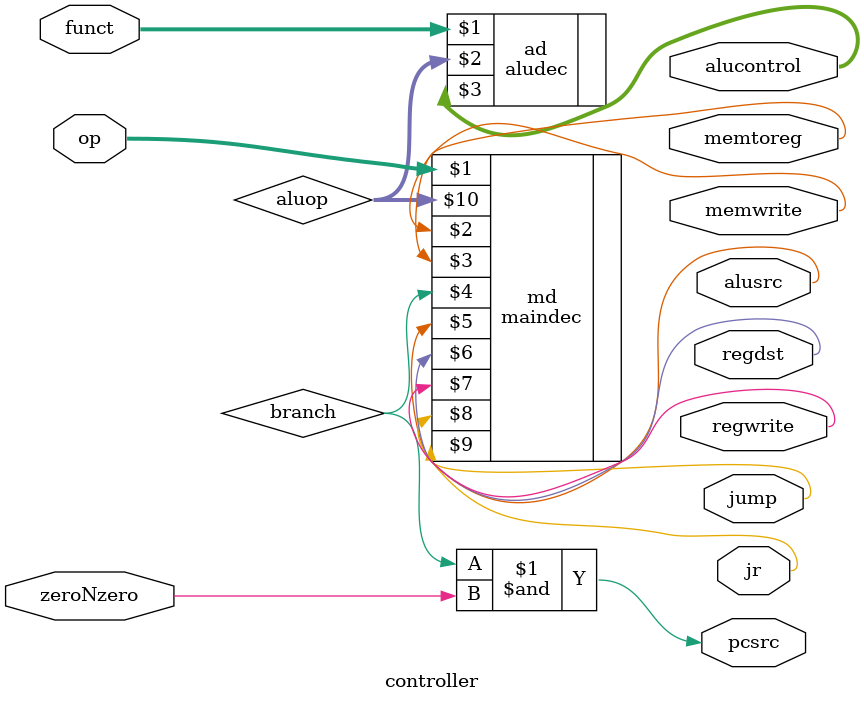
<source format=sv>
module controller(input  logic [5:0] op, funct,
                  input  logic       zeroNzero,
                  output logic       memtoreg, memwrite,
                  output logic       pcsrc, alusrc,
                  output logic       regdst, regwrite,
                  output logic       jump, jr,
                  output logic [2:0] alucontrol);

  logic [1:0] aluop;
  logic       branch;

  maindec md(op, memtoreg, memwrite, branch,
             alusrc, regdst, regwrite, jump, jr, aluop);
  aludec  ad(funct, aluop, alucontrol);

  assign pcsrc = branch & zeroNzero;
endmodule
</source>
